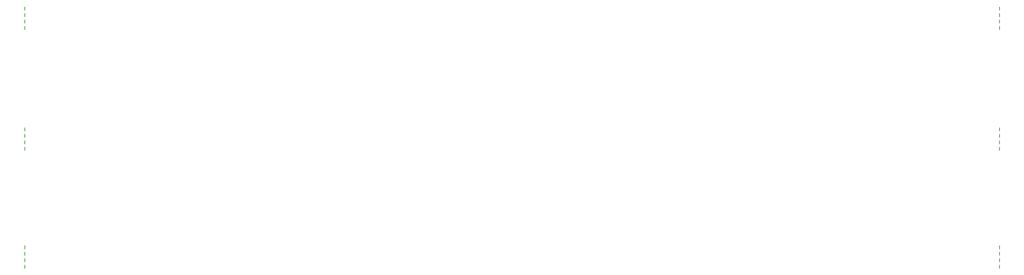
<source format=gbr>
G04 #@! TF.GenerationSoftware,KiCad,Pcbnew,(5.1.2-1)-1*
G04 #@! TF.CreationDate,2020-07-22T22:20:16-05:00*
G04 #@! TF.ProjectId,Ori_bottom_plate,4f72695f-626f-4747-946f-6d5f706c6174,rev?*
G04 #@! TF.SameCoordinates,Original*
G04 #@! TF.FileFunction,Legend,Bot*
G04 #@! TF.FilePolarity,Positive*
%FSLAX46Y46*%
G04 Gerber Fmt 4.6, Leading zero omitted, Abs format (unit mm)*
G04 Created by KiCad (PCBNEW (5.1.2-1)-1) date 2020-07-22 22:20:16*
%MOMM*%
%LPD*%
G04 APERTURE LIST*
%ADD10C,0.150000*%
G04 APERTURE END LIST*
D10*
X374680000Y-47500000D02*
X374680000Y-48260000D01*
X374680004Y-81320000D02*
X374680004Y-80560000D01*
X374680004Y-79800000D02*
X374680004Y-79040000D01*
X374680004Y-78280000D02*
X374680004Y-77520000D01*
X374680004Y-76760000D02*
X374680004Y-76000000D01*
X374679996Y-103740000D02*
X374679996Y-104500000D01*
X374679996Y-105260000D02*
X374679996Y-106020000D01*
X374679996Y-106780000D02*
X374679996Y-107540000D01*
X374679996Y-108300000D02*
X374679996Y-109060000D01*
X374679615Y-52059837D02*
X374679615Y-52819837D01*
X374679615Y-50539837D02*
X374679615Y-51299837D01*
X374679615Y-49019837D02*
X374679615Y-49779837D01*
X145159996Y-103740000D02*
X145159996Y-104500000D01*
X145160000Y-47500000D02*
X145160000Y-48260000D01*
X145159615Y-49019837D02*
X145159615Y-49779837D01*
X145159615Y-50539837D02*
X145159615Y-51299837D01*
X145159615Y-52059837D02*
X145159615Y-52819837D01*
X145159996Y-108300000D02*
X145159996Y-109060000D01*
X145159996Y-106780000D02*
X145159996Y-107540000D01*
X145159996Y-105260000D02*
X145159996Y-106020000D01*
X145159996Y-80560000D02*
X145159996Y-81320000D01*
X145159996Y-79040000D02*
X145159996Y-79800000D01*
X145159996Y-77520000D02*
X145159996Y-78280000D01*
X145159996Y-76000000D02*
X145159996Y-76760000D01*
M02*

</source>
